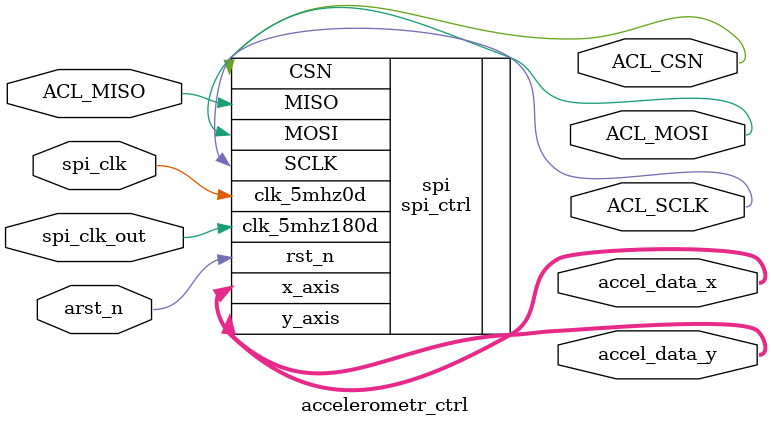
<source format=v>
module accelerometr_ctrl (
  //-------------------- CLOCK        ----------------//
    input             spi_clk           ,  //  5 MHz, phase   0 degrees
    input             spi_clk_out       ,  //  5 MHz, phase 180 degrees
  //-------------------- ARSTn        ----------------//
    input             arst_n            ,
  //-------------------- Coordinates  ----------------//
    output  [7:0]     accel_data_x      ,
    output  [7:0]     accel_data_y      ,
  //-------------------- Accelerometer ports ---------//
    output            ACL_CSN           ,
    output            ACL_SCLK          ,
    input             ACL_MISO          ,
    output            ACL_MOSI
);

    spi_ctrl spi (
      .rst_n        ( arst_n       ),
      .clk_5mhz0d   ( spi_clk      ),
      .clk_5mhz180d ( spi_clk_out  ),
      //
      .x_axis       ( accel_data_x ),
      .y_axis       ( accel_data_y ),
      //
      .MISO         ( ACL_MISO     ),
      .MOSI         ( ACL_MOSI     ),
      .CSN          ( ACL_CSN      ),
      .SCLK         ( ACL_SCLK     )
    );

endmodule

</source>
